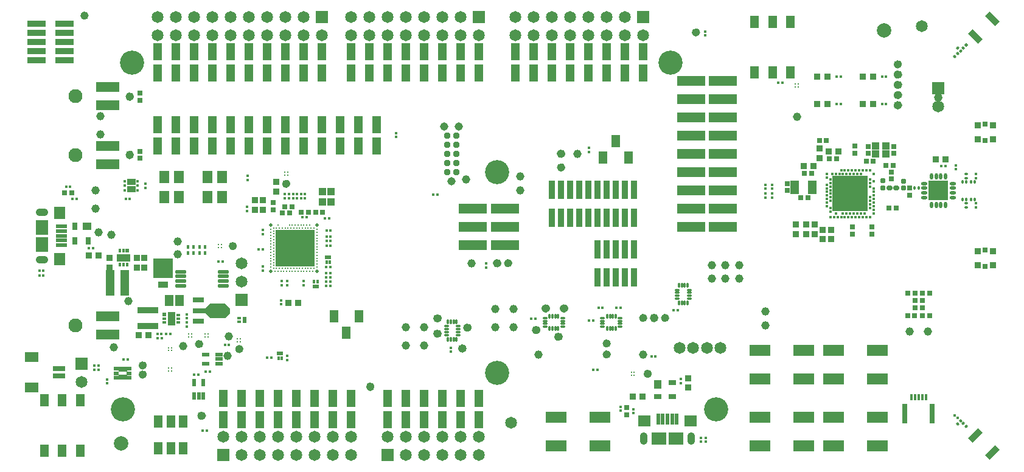
<source format=gts>
G04*
G04 #@! TF.GenerationSoftware,Altium Limited,Altium Designer,22.6.1 (34)*
G04*
G04 Layer_Color=8388736*
%FSLAX24Y24*%
%MOIN*%
G70*
G04*
G04 #@! TF.SameCoordinates,198B4140-4809-47D1-8AA6-A140D55DAB78*
G04*
G04*
G04 #@! TF.FilePolarity,Negative*
G04*
G01*
G75*
%ADD129C,0.0240*%
%ADD130R,0.0178X0.0166*%
%ADD131R,0.0360X0.0380*%
%ADD132R,0.1143X0.0611*%
%ADD133C,0.0124*%
%ADD134C,0.0651*%
%ADD135C,0.0454*%
%ADD136R,0.0256X0.0276*%
%ADD137R,0.0276X0.0256*%
%ADD138R,0.0166X0.0178*%
%ADD139R,0.0453X0.0323*%
%ADD140R,0.0157X0.0177*%
%ADD141R,0.0257X0.0296*%
%ADD142R,0.0157X0.0146*%
%ADD143R,0.0454X0.1399*%
%ADD144R,0.0454X0.0690*%
%ADD145C,0.0128*%
%ADD146R,0.2165X0.2008*%
%ADD147C,0.0197*%
%ADD148R,0.0327X0.0209*%
%ADD149R,0.0138X0.0197*%
%ADD150R,0.0296X0.0257*%
%ADD151R,0.0375X0.0355*%
%ADD152R,0.0395X0.0434*%
%ADD153C,0.0139*%
%ADD154R,0.0769X0.0414*%
%ADD155R,0.0157X0.0236*%
%ADD156R,0.0197X0.0236*%
%ADD157R,0.0355X0.0375*%
G04:AMPARAMS|DCode=158|XSize=17.8mil|YSize=16.6mil|CornerRadius=5.7mil|HoleSize=0mil|Usage=FLASHONLY|Rotation=90.000|XOffset=0mil|YOffset=0mil|HoleType=Round|Shape=RoundedRectangle|*
%AMROUNDEDRECTD158*
21,1,0.0178,0.0053,0,0,90.0*
21,1,0.0065,0.0166,0,0,90.0*
1,1,0.0113,0.0027,0.0032*
1,1,0.0113,0.0027,-0.0032*
1,1,0.0113,-0.0027,-0.0032*
1,1,0.0113,-0.0027,0.0032*
%
%ADD158ROUNDEDRECTD158*%
%ADD159R,0.0257X0.0198*%
%ADD160R,0.0454X0.0296*%
%ADD161R,0.0454X0.0651*%
%ADD162R,0.0414X0.0769*%
%ADD163R,0.0237X0.0158*%
%ADD164R,0.0237X0.0198*%
%ADD165R,0.0493X0.0611*%
%ADD166R,0.0205X0.0146*%
%ADD167C,0.0130*%
%ADD168R,0.0560X0.0360*%
%ADD169R,0.1060X0.1111*%
%ADD170O,0.0611X0.0217*%
%ADD171O,0.0118X0.0287*%
%ADD172O,0.0287X0.0118*%
%ADD173R,0.0277X0.0296*%
%ADD174R,0.1312X0.0560*%
%ADD175R,0.0296X0.1084*%
%ADD176R,0.0157X0.0354*%
%ADD177R,0.0316X0.0257*%
%ADD178R,0.0395X0.0296*%
%ADD179R,0.0395X0.0454*%
%ADD180R,0.0532X0.0690*%
%ADD181R,0.0359X0.1005*%
%ADD182R,0.1560X0.0560*%
%ADD183R,0.0462X0.0922*%
%ADD184R,0.0296X0.0395*%
%ADD185R,0.0454X0.0395*%
%ADD186R,0.0592X0.0217*%
%ADD187R,0.0670X0.0808*%
%ADD188R,0.0611X0.0690*%
%ADD189C,0.0787*%
%ADD190C,0.0370*%
%ADD191R,0.0769X0.0532*%
%ADD192R,0.0670X0.0296*%
%ADD193R,0.0217X0.0336*%
%ADD194R,0.0198X0.0414*%
%ADD195R,0.0454X0.0769*%
%ADD196C,0.0148*%
%ADD197R,0.1949X0.1949*%
%ADD198R,0.0434X0.0395*%
%ADD199R,0.1123X0.0375*%
%ADD200R,0.0611X0.0296*%
%ADD201R,0.0729X0.0296*%
%ADD202R,0.0158X0.0202*%
%ADD203R,0.1103X0.1103*%
%ADD204O,0.0178X0.0375*%
%ADD205O,0.0375X0.0178*%
%ADD206R,0.0355X0.0375*%
%ADD207R,0.0257X0.0288*%
G04:AMPARAMS|DCode=208|XSize=78.8mil|YSize=37.5mil|CornerRadius=0mil|HoleSize=0mil|Usage=FLASHONLY|Rotation=135.000|XOffset=0mil|YOffset=0mil|HoleType=Round|Shape=Rectangle|*
%AMROTATEDRECTD208*
4,1,4,0.0411,-0.0146,0.0146,-0.0411,-0.0411,0.0146,-0.0146,0.0411,0.0411,-0.0146,0.0*
%
%ADD208ROTATEDRECTD208*%

G04:AMPARAMS|DCode=209|XSize=15.7mil|YSize=14.6mil|CornerRadius=4.6mil|HoleSize=0mil|Usage=FLASHONLY|Rotation=180.000|XOffset=0mil|YOffset=0mil|HoleType=Round|Shape=RoundedRectangle|*
%AMROUNDEDRECTD209*
21,1,0.0157,0.0053,0,0,180.0*
21,1,0.0065,0.0146,0,0,180.0*
1,1,0.0093,-0.0032,0.0027*
1,1,0.0093,0.0032,0.0027*
1,1,0.0093,0.0032,-0.0027*
1,1,0.0093,-0.0032,-0.0027*
%
%ADD209ROUNDEDRECTD209*%
G04:AMPARAMS|DCode=210|XSize=15.7mil|YSize=14.6mil|CornerRadius=4.6mil|HoleSize=0mil|Usage=FLASHONLY|Rotation=225.000|XOffset=0mil|YOffset=0mil|HoleType=Round|Shape=RoundedRectangle|*
%AMROUNDEDRECTD210*
21,1,0.0157,0.0053,0,0,225.0*
21,1,0.0065,0.0146,0,0,225.0*
1,1,0.0093,-0.0042,-0.0004*
1,1,0.0093,0.0004,0.0042*
1,1,0.0093,0.0042,0.0004*
1,1,0.0093,-0.0004,-0.0042*
%
%ADD210ROUNDEDRECTD210*%
G04:AMPARAMS|DCode=211|XSize=17.8mil|YSize=16.6mil|CornerRadius=5.7mil|HoleSize=0mil|Usage=FLASHONLY|Rotation=45.000|XOffset=0mil|YOffset=0mil|HoleType=Round|Shape=RoundedRectangle|*
%AMROUNDEDRECTD211*
21,1,0.0178,0.0053,0,0,45.0*
21,1,0.0065,0.0166,0,0,45.0*
1,1,0.0113,0.0042,0.0004*
1,1,0.0113,-0.0004,-0.0042*
1,1,0.0113,-0.0042,-0.0004*
1,1,0.0113,0.0004,0.0042*
%
%ADD211ROUNDEDRECTD211*%
G04:AMPARAMS|DCode=212|XSize=17.8mil|YSize=16.6mil|CornerRadius=5.7mil|HoleSize=0mil|Usage=FLASHONLY|Rotation=315.000|XOffset=0mil|YOffset=0mil|HoleType=Round|Shape=RoundedRectangle|*
%AMROUNDEDRECTD212*
21,1,0.0178,0.0053,0,0,315.0*
21,1,0.0065,0.0166,0,0,315.0*
1,1,0.0113,0.0004,-0.0042*
1,1,0.0113,-0.0042,0.0004*
1,1,0.0113,-0.0004,0.0042*
1,1,0.0113,0.0042,-0.0004*
%
%ADD212ROUNDEDRECTD212*%
G04:AMPARAMS|DCode=213|XSize=25.7mil|YSize=29.6mil|CornerRadius=7.9mil|HoleSize=0mil|Usage=FLASHONLY|Rotation=0.000|XOffset=0mil|YOffset=0mil|HoleType=Round|Shape=RoundedRectangle|*
%AMROUNDEDRECTD213*
21,1,0.0257,0.0138,0,0,0.0*
21,1,0.0098,0.0296,0,0,0.0*
1,1,0.0158,0.0049,-0.0069*
1,1,0.0158,-0.0049,-0.0069*
1,1,0.0158,-0.0049,0.0069*
1,1,0.0158,0.0049,0.0069*
%
%ADD213ROUNDEDRECTD213*%
G04:AMPARAMS|DCode=214|XSize=25.7mil|YSize=31.6mil|CornerRadius=7.9mil|HoleSize=0mil|Usage=FLASHONLY|Rotation=90.000|XOffset=0mil|YOffset=0mil|HoleType=Round|Shape=RoundedRectangle|*
%AMROUNDEDRECTD214*
21,1,0.0257,0.0157,0,0,90.0*
21,1,0.0098,0.0316,0,0,90.0*
1,1,0.0158,0.0079,0.0049*
1,1,0.0158,0.0079,-0.0049*
1,1,0.0158,-0.0079,-0.0049*
1,1,0.0158,-0.0079,0.0049*
%
%ADD214ROUNDEDRECTD214*%
G04:AMPARAMS|DCode=215|XSize=17.8mil|YSize=16.6mil|CornerRadius=5.7mil|HoleSize=0mil|Usage=FLASHONLY|Rotation=180.000|XOffset=0mil|YOffset=0mil|HoleType=Round|Shape=RoundedRectangle|*
%AMROUNDEDRECTD215*
21,1,0.0178,0.0053,0,0,180.0*
21,1,0.0065,0.0166,0,0,180.0*
1,1,0.0113,-0.0032,0.0027*
1,1,0.0113,0.0032,0.0027*
1,1,0.0113,0.0032,-0.0027*
1,1,0.0113,-0.0032,-0.0027*
%
%ADD215ROUNDEDRECTD215*%
G04:AMPARAMS|DCode=216|XSize=78.8mil|YSize=37.5mil|CornerRadius=0mil|HoleSize=0mil|Usage=FLASHONLY|Rotation=45.000|XOffset=0mil|YOffset=0mil|HoleType=Round|Shape=Rectangle|*
%AMROTATEDRECTD216*
4,1,4,-0.0146,-0.0411,-0.0411,-0.0146,0.0146,0.0411,0.0411,0.0146,-0.0146,-0.0411,0.0*
%
%ADD216ROTATEDRECTD216*%

G04:AMPARAMS|DCode=217|XSize=17.8mil|YSize=16.6mil|CornerRadius=0mil|HoleSize=0mil|Usage=FLASHONLY|Rotation=135.000|XOffset=0mil|YOffset=0mil|HoleType=Round|Shape=Rectangle|*
%AMROTATEDRECTD217*
4,1,4,0.0122,-0.0004,0.0004,-0.0122,-0.0122,0.0004,-0.0004,0.0122,0.0122,-0.0004,0.0*
%
%ADD217ROTATEDRECTD217*%

%ADD218R,0.0257X0.0316*%
%ADD219R,0.0690X0.0611*%
%ADD220R,0.0808X0.0670*%
%ADD221R,0.0217X0.0592*%
%ADD222R,0.1005X0.0359*%
%ADD223R,0.0336X0.0217*%
%ADD224R,0.0146X0.0205*%
%ADD225R,0.0414X0.0198*%
%ADD226R,0.0651X0.0651*%
%ADD227C,0.0761*%
%ADD228R,0.0651X0.0651*%
%ADD229O,0.0690X0.0414*%
%ADD230C,0.0450*%
%ADD231C,0.1320*%
%ADD232O,0.0414X0.0690*%
G36*
X11083Y8804D02*
X11088Y8803D01*
X11092Y8801D01*
X11096Y8798D01*
X11100Y8795D01*
X11356Y8539D01*
X11359Y8536D01*
X11361Y8532D01*
X11363Y8527D01*
X11364Y8523D01*
X11364Y8518D01*
Y8282D01*
X11364Y8277D01*
X11363Y8273D01*
X11361Y8268D01*
X11359Y8264D01*
X11356Y8261D01*
X11100Y8005D01*
X11096Y8002D01*
X11092Y7999D01*
X11088Y7997D01*
X11083Y7996D01*
X11078Y7996D01*
X10291D01*
X10286Y7996D01*
X10282Y7997D01*
X10277Y7999D01*
X10273Y8002D01*
X10270Y8005D01*
X10014Y8261D01*
X10011Y8264D01*
X10008Y8268D01*
X10006Y8273D01*
X10005Y8277D01*
X10005Y8282D01*
Y8518D01*
X10005Y8523D01*
X10006Y8527D01*
X10008Y8532D01*
X10011Y8536D01*
X10014Y8539D01*
X10270Y8795D01*
X10273Y8798D01*
X10277Y8801D01*
X10282Y8803D01*
X10286Y8804D01*
X10291Y8804D01*
X11078D01*
X11083Y8804D01*
D02*
G37*
D129*
X11630Y11940D02*
G03*
X11630Y11940I-110J0D01*
G01*
X50277Y20095D02*
G03*
X50277Y20095I-110J0D01*
G01*
Y20073D02*
G03*
X50277Y20073I-110J0D01*
G01*
X14549Y15352D02*
G03*
X14549Y15352I-110J0D01*
G01*
X34710Y7989D02*
G03*
X34710Y7989I-110J0D01*
G01*
Y8011D02*
G03*
X34710Y8011I-110J0D01*
G01*
X29459Y6970D02*
G03*
X29459Y6970I-110J0D01*
G01*
X29481D02*
G03*
X29481Y6970I-110J0D01*
G01*
X48052Y21337D02*
G03*
X48052Y21337I-110J0D01*
G01*
X48074D02*
G03*
X48074Y21337I-110J0D01*
G01*
X37000Y23649D02*
G03*
X37000Y23649I-110J0D01*
G01*
X26099Y11000D02*
G03*
X26099Y11000I-110J0D01*
G01*
X26121D02*
G03*
X26121Y11000I-110J0D01*
G01*
X9780Y6571D02*
G03*
X9780Y6571I-110J0D01*
G01*
X26711Y11000D02*
G03*
X26711Y11000I-110J0D01*
G01*
X6692Y5400D02*
G03*
X6692Y5400I-110J0D01*
G01*
Y4900D02*
G03*
X6692Y4900I-110J0D01*
G01*
X11979Y6296D02*
G03*
X11979Y6296I-110J0D01*
G01*
X19160Y4219D02*
G03*
X19160Y4219I-110J0D01*
G01*
Y4241D02*
G03*
X19160Y4241I-110J0D01*
G01*
X5980Y16950D02*
G03*
X5980Y16950I-110J0D01*
G01*
Y16928D02*
G03*
X5980Y16928I-110J0D01*
G01*
Y20141D02*
G03*
X5980Y20141I-110J0D01*
G01*
Y20119D02*
G03*
X5980Y20119I-110J0D01*
G01*
X32109Y6600D02*
G03*
X32109Y6600I-110J0D01*
G01*
X35310Y7999D02*
G03*
X35310Y7999I-110J0D01*
G01*
X34110D02*
G03*
X34110Y7999I-110J0D01*
G01*
X32111Y6000D02*
G03*
X32111Y6000I-110J0D01*
G01*
X3501Y24570D02*
G03*
X3501Y24570I-110J0D01*
G01*
X34360Y4941D02*
G03*
X34360Y4941I-110J0D01*
G01*
X48062Y21897D02*
G03*
X48062Y21897I-110J0D01*
G01*
X48074Y19657D02*
G03*
X48074Y19657I-110J0D01*
G01*
X48052D02*
G03*
X48052Y19657I-110J0D01*
G01*
X48074Y20217D02*
G03*
X48074Y20217I-110J0D01*
G01*
X48052D02*
G03*
X48052Y20217I-110J0D01*
G01*
X48074Y20777D02*
G03*
X48074Y20777I-110J0D01*
G01*
X48052D02*
G03*
X48052Y20777I-110J0D01*
G01*
X28239Y7340D02*
G03*
X28239Y7340I-110J0D01*
G01*
X28261D02*
G03*
X28261Y7340I-110J0D01*
G01*
X24211Y6330D02*
G03*
X24211Y6330I-110J0D01*
G01*
X24189D02*
G03*
X24189Y6330I-110J0D01*
G01*
X24491Y7470D02*
G03*
X24491Y7470I-110J0D01*
G01*
X24469D02*
G03*
X24469Y7470I-110J0D01*
G01*
X22829Y7980D02*
G03*
X22829Y7980I-110J0D01*
G01*
X22851D02*
G03*
X22851Y7980I-110J0D01*
G01*
X22829Y7140D02*
G03*
X22829Y7140I-110J0D01*
G01*
X22851D02*
G03*
X22851Y7140I-110J0D01*
G01*
X28759Y8520D02*
G03*
X28759Y8520I-110J0D01*
G01*
X28781D02*
G03*
X28781Y8520I-110J0D01*
G01*
X29759D02*
G03*
X29759Y8520I-110J0D01*
G01*
X29781D02*
G03*
X29781Y8520I-110J0D01*
G01*
X29621Y17000D02*
G03*
X29621Y17000I-110J0D01*
G01*
X29599D02*
G03*
X29599Y17000I-110J0D01*
G01*
X29611Y16250D02*
G03*
X29611Y16250I-110J0D01*
G01*
X9931Y2640D02*
G03*
X9931Y2640I-110J0D01*
G01*
X9909D02*
G03*
X9909Y2640I-110J0D01*
G01*
D130*
X14203Y10014D02*
D03*
Y9790D02*
D03*
X15472Y14551D02*
D03*
Y14775D02*
D03*
X15256Y14551D02*
D03*
Y14775D02*
D03*
X12323Y15781D02*
D03*
Y15557D02*
D03*
X12308Y14099D02*
D03*
Y13874D02*
D03*
X15038Y14775D02*
D03*
Y14551D02*
D03*
X13150Y10831D02*
D03*
Y10606D02*
D03*
X13165Y12820D02*
D03*
Y12595D02*
D03*
X14173Y8746D02*
D03*
Y8970D02*
D03*
X14513Y9790D02*
D03*
Y10014D02*
D03*
X14378Y14775D02*
D03*
Y14551D02*
D03*
X14598Y14775D02*
D03*
Y14551D02*
D03*
X14818Y14775D02*
D03*
Y14551D02*
D03*
X15413Y10014D02*
D03*
Y9790D02*
D03*
X51122Y16366D02*
D03*
Y16142D02*
D03*
X20460Y18132D02*
D03*
Y17908D02*
D03*
X9012Y8203D02*
D03*
Y7978D02*
D03*
X4630Y4408D02*
D03*
X40710Y14812D02*
D03*
Y14588D02*
D03*
X41070Y14812D02*
D03*
Y14588D02*
D03*
X14500Y5922D02*
D03*
Y5698D02*
D03*
X4630Y4632D02*
D03*
X3939Y5382D02*
D03*
Y5158D02*
D03*
X4149D02*
D03*
Y5382D02*
D03*
X25400Y10758D02*
D03*
Y10982D02*
D03*
X37173Y1433D02*
D03*
Y1209D02*
D03*
X6740Y15342D02*
D03*
Y15118D02*
D03*
X37400Y23478D02*
D03*
Y23702D02*
D03*
X31020Y17312D02*
D03*
Y17088D02*
D03*
X32765Y3137D02*
D03*
Y2913D02*
D03*
X37443Y1433D02*
D03*
Y1209D02*
D03*
X36076Y4428D02*
D03*
Y4653D02*
D03*
X33463Y2778D02*
D03*
Y3003D02*
D03*
X23460Y6372D02*
D03*
Y6148D02*
D03*
D131*
X14558Y8839D02*
D03*
X15108D02*
D03*
X46583Y19727D02*
D03*
X46033D02*
D03*
X44083Y21227D02*
D03*
X43533D02*
D03*
X46583D02*
D03*
X46033D02*
D03*
X44083Y19727D02*
D03*
X43533D02*
D03*
D132*
X31621Y985D02*
D03*
Y2560D02*
D03*
X29239Y985D02*
D03*
Y2560D02*
D03*
X46827Y985D02*
D03*
Y2560D02*
D03*
X44445Y985D02*
D03*
Y2560D02*
D03*
X42787Y985D02*
D03*
Y2560D02*
D03*
X40405Y985D02*
D03*
Y2560D02*
D03*
X44445Y6232D02*
D03*
Y4657D02*
D03*
X46827Y6232D02*
D03*
Y4657D02*
D03*
X40405Y6232D02*
D03*
Y4657D02*
D03*
X42787Y6232D02*
D03*
Y4657D02*
D03*
D133*
X14529Y15831D02*
D03*
X14372D02*
D03*
X14529Y15989D02*
D03*
X14372D02*
D03*
X33509Y5031D02*
D03*
Y4873D02*
D03*
X33351Y5031D02*
D03*
Y4873D02*
D03*
D134*
X38230Y6350D02*
D03*
X35980D02*
D03*
X37480D02*
D03*
X36730D02*
D03*
X50167Y19584D02*
D03*
X9400Y24500D02*
D03*
Y23500D02*
D03*
X12400D02*
D03*
Y24500D02*
D03*
X14400Y23500D02*
D03*
Y24500D02*
D03*
X15400Y23500D02*
D03*
Y24500D02*
D03*
X16400Y23500D02*
D03*
X13400Y24500D02*
D03*
Y23500D02*
D03*
X11400Y24500D02*
D03*
Y23500D02*
D03*
X10400D02*
D03*
Y24500D02*
D03*
X8400D02*
D03*
Y23500D02*
D03*
X7400D02*
D03*
Y24500D02*
D03*
X24000Y1500D02*
D03*
Y500D02*
D03*
X22000Y1500D02*
D03*
Y500D02*
D03*
X21000Y1500D02*
D03*
Y500D02*
D03*
X20000Y1500D02*
D03*
X23000Y500D02*
D03*
Y1500D02*
D03*
X25000Y500D02*
D03*
Y1500D02*
D03*
X17000Y500D02*
D03*
Y1500D02*
D03*
X16000D02*
D03*
Y500D02*
D03*
X14000Y1500D02*
D03*
Y500D02*
D03*
X11000Y1500D02*
D03*
X12000Y500D02*
D03*
Y1500D02*
D03*
X13000Y500D02*
D03*
Y1500D02*
D03*
X15000Y500D02*
D03*
Y1500D02*
D03*
X18000D02*
D03*
Y500D02*
D03*
X26750Y2250D02*
D03*
X3220Y4490D02*
D03*
X12000Y11000D02*
D03*
Y10000D02*
D03*
X49250Y24000D02*
D03*
X27000Y24500D02*
D03*
Y23500D02*
D03*
X30000D02*
D03*
Y24500D02*
D03*
X32000Y23500D02*
D03*
Y24500D02*
D03*
X33000Y23500D02*
D03*
Y24500D02*
D03*
X34000Y23500D02*
D03*
X31000Y24500D02*
D03*
Y23500D02*
D03*
X29000Y24500D02*
D03*
Y23500D02*
D03*
X28000D02*
D03*
Y24500D02*
D03*
X18000D02*
D03*
Y23500D02*
D03*
X21000D02*
D03*
Y24500D02*
D03*
X23000Y23500D02*
D03*
Y24500D02*
D03*
X24000Y23500D02*
D03*
Y24500D02*
D03*
X25000Y23500D02*
D03*
X22000Y24500D02*
D03*
Y23500D02*
D03*
X20000Y24500D02*
D03*
Y23500D02*
D03*
X19000D02*
D03*
Y24500D02*
D03*
D135*
X39250Y10900D02*
D03*
Y10150D02*
D03*
X38500Y10900D02*
D03*
Y10150D02*
D03*
X37750Y10900D02*
D03*
Y10150D02*
D03*
X27250Y15750D02*
D03*
X34000Y6000D02*
D03*
X28250D02*
D03*
X27250Y15000D02*
D03*
X24300Y15600D02*
D03*
X11300Y7000D02*
D03*
X8500Y11500D02*
D03*
Y12200D02*
D03*
X11240Y5920D02*
D03*
X8800Y6450D02*
D03*
X5810Y8930D02*
D03*
X5000Y6400D02*
D03*
X4250Y19050D02*
D03*
Y18050D02*
D03*
X30400Y17000D02*
D03*
X42430Y19020D02*
D03*
X40700Y8350D02*
D03*
Y7600D02*
D03*
X24600Y11000D02*
D03*
X49600Y7250D02*
D03*
X48600D02*
D03*
X4000Y15000D02*
D03*
Y14000D02*
D03*
X4160Y12700D02*
D03*
X4860Y12559D02*
D03*
X22000Y7500D02*
D03*
X21000D02*
D03*
X22000Y6500D02*
D03*
X21000D02*
D03*
X26900Y8500D02*
D03*
Y7500D02*
D03*
X25900Y8500D02*
D03*
X25900Y7500D02*
D03*
D136*
X6430Y19933D02*
D03*
Y20327D02*
D03*
Y16742D02*
D03*
Y17136D02*
D03*
D137*
X49705Y9370D02*
D03*
X49312D02*
D03*
X48492D02*
D03*
X48885D02*
D03*
D138*
X31502Y5150D02*
D03*
X31278D02*
D03*
X12944Y11772D02*
D03*
X13169D02*
D03*
X16868Y10453D02*
D03*
X16644D02*
D03*
Y10778D02*
D03*
X16868D02*
D03*
Y10217D02*
D03*
X16644D02*
D03*
X16868Y9980D02*
D03*
X16644D02*
D03*
X16868Y9743D02*
D03*
X16644D02*
D03*
X16655Y11950D02*
D03*
X16879D02*
D03*
Y12792D02*
D03*
X16655D02*
D03*
X16879Y12212D02*
D03*
X16655D02*
D03*
Y12462D02*
D03*
X16879D02*
D03*
X15344Y13514D02*
D03*
X15568D02*
D03*
X16576Y13442D02*
D03*
X16801D02*
D03*
X3858Y11840D02*
D03*
X3634D02*
D03*
X50335Y16330D02*
D03*
X50559D02*
D03*
X22500Y14744D02*
D03*
X22724D02*
D03*
X7878Y7120D02*
D03*
X8102D02*
D03*
X7612Y7120D02*
D03*
X7388D02*
D03*
X7398Y6900D02*
D03*
X7622D02*
D03*
X47086Y19727D02*
D03*
X47311D02*
D03*
X34672Y5890D02*
D03*
X34448D02*
D03*
X31772Y8560D02*
D03*
X31548D02*
D03*
X32528D02*
D03*
X32752D02*
D03*
X13398Y5810D02*
D03*
X13622D02*
D03*
X10092Y1820D02*
D03*
X9868D02*
D03*
X11312Y6540D02*
D03*
X11088D02*
D03*
X5762Y5730D02*
D03*
X5538D02*
D03*
X916Y10590D02*
D03*
X1141D02*
D03*
X44821Y19727D02*
D03*
X44596D02*
D03*
X47311Y21227D02*
D03*
X47086D02*
D03*
X44821D02*
D03*
X44596D02*
D03*
X5872Y14540D02*
D03*
X5648D02*
D03*
X41398Y20892D02*
D03*
X41622D02*
D03*
X10028Y5070D02*
D03*
X10252D02*
D03*
X9408Y4890D02*
D03*
X9632D02*
D03*
X10952Y11100D02*
D03*
X10728D02*
D03*
X2384Y15197D02*
D03*
X2608D02*
D03*
X916Y10310D02*
D03*
X1141D02*
D03*
X2962Y14520D02*
D03*
X2738D02*
D03*
X35902Y8430D02*
D03*
X35678D02*
D03*
X31262Y7860D02*
D03*
X31038D02*
D03*
X28102Y7950D02*
D03*
X27878D02*
D03*
D139*
X5950Y15057D02*
D03*
Y15443D02*
D03*
D140*
X5606Y15506D02*
D03*
Y15250D02*
D03*
Y14994D02*
D03*
X6294D02*
D03*
Y15250D02*
D03*
Y15506D02*
D03*
D141*
X48593Y15108D02*
D03*
Y14715D02*
D03*
X45606Y17015D02*
D03*
Y17408D02*
D03*
X47606Y15613D02*
D03*
Y16007D02*
D03*
X13736Y14312D02*
D03*
Y13918D02*
D03*
X47718Y17407D02*
D03*
Y17013D02*
D03*
X46318Y17013D02*
D03*
Y17407D02*
D03*
X45468Y12989D02*
D03*
Y12595D02*
D03*
X46531Y12989D02*
D03*
Y12595D02*
D03*
X41884Y15374D02*
D03*
Y14980D02*
D03*
D142*
X40710Y15302D02*
D03*
Y15078D02*
D03*
X41070Y15078D02*
D03*
Y15302D02*
D03*
X9012Y7530D02*
D03*
Y7754D02*
D03*
D143*
X4783Y9920D02*
D03*
X5610D02*
D03*
D144*
X17057Y8100D02*
D03*
X18435D02*
D03*
X17746Y7195D02*
D03*
X8809Y872D02*
D03*
X8120D02*
D03*
X7431D02*
D03*
Y2328D02*
D03*
X8120D02*
D03*
X8809D02*
D03*
X33189Y16797D02*
D03*
X31811D02*
D03*
X32500Y17703D02*
D03*
D145*
X16118Y10798D02*
D03*
Y10955D02*
D03*
Y11113D02*
D03*
X15803Y12924D02*
D03*
X15645D02*
D03*
X15488D02*
D03*
X13992Y13081D02*
D03*
X14622D02*
D03*
X14779D02*
D03*
X14937D02*
D03*
X15094D02*
D03*
X15251D02*
D03*
X15409D02*
D03*
X15566D02*
D03*
X13755Y12924D02*
D03*
X13913D02*
D03*
X14070D02*
D03*
X14228D02*
D03*
X14385D02*
D03*
X14543D02*
D03*
X14700D02*
D03*
X14858D02*
D03*
X15015D02*
D03*
X15173D02*
D03*
X15330D02*
D03*
X13598Y12845D02*
D03*
X16118D02*
D03*
X13755Y12766D02*
D03*
X13598Y12688D02*
D03*
X16118D02*
D03*
X13755Y12609D02*
D03*
X13598Y12530D02*
D03*
X16118D02*
D03*
X13755Y12451D02*
D03*
X13598Y12373D02*
D03*
X16118D02*
D03*
X13755Y12294D02*
D03*
X13598Y12215D02*
D03*
X16118D02*
D03*
X13598Y12058D02*
D03*
X16118D02*
D03*
X13755Y11979D02*
D03*
X13598Y11900D02*
D03*
X16118D02*
D03*
X13755Y11822D02*
D03*
X13598Y11743D02*
D03*
X16118D02*
D03*
X13755Y11664D02*
D03*
X13598Y11585D02*
D03*
X16118D02*
D03*
X13755Y11507D02*
D03*
X13598Y11428D02*
D03*
X16118D02*
D03*
X13755Y11349D02*
D03*
X13598Y11270D02*
D03*
X16118D02*
D03*
X13755Y11192D02*
D03*
X13598Y11113D02*
D03*
Y10955D02*
D03*
X13755Y11034D02*
D03*
Y10719D02*
D03*
X13913D02*
D03*
X14070D02*
D03*
X14228D02*
D03*
X14385D02*
D03*
X14543D02*
D03*
X14700D02*
D03*
X14858D02*
D03*
X15015D02*
D03*
X15173D02*
D03*
X15330D02*
D03*
X15488D02*
D03*
X15645D02*
D03*
X15803D02*
D03*
X13834Y10562D02*
D03*
X13992D02*
D03*
X14149D02*
D03*
X14307D02*
D03*
X14464D02*
D03*
X14622D02*
D03*
X14779D02*
D03*
X14937D02*
D03*
X15094D02*
D03*
X15251D02*
D03*
X15409D02*
D03*
X15566D02*
D03*
X13598Y10798D02*
D03*
X15960Y12924D02*
D03*
Y10719D02*
D03*
X15724Y10562D02*
D03*
X15881D02*
D03*
X15724Y13081D02*
D03*
X13755Y10877D02*
D03*
Y12137D02*
D03*
D146*
X14937Y11822D02*
D03*
D147*
X16118Y13081D02*
D03*
Y10562D02*
D03*
X13598D02*
D03*
Y13081D02*
D03*
D148*
X16063Y9715D02*
D03*
X16746Y11323D02*
D03*
D149*
X16152Y9990D02*
D03*
X15974D02*
D03*
X16657Y11047D02*
D03*
X16834D02*
D03*
D150*
X15271Y13800D02*
D03*
X15665D02*
D03*
X16442Y13800D02*
D03*
X16049D02*
D03*
X14622Y13763D02*
D03*
X14228D02*
D03*
X14366Y14107D02*
D03*
X14759D02*
D03*
X42844Y15927D02*
D03*
X43238D02*
D03*
X44213Y16710D02*
D03*
X44607D02*
D03*
X47466Y14023D02*
D03*
X47860D02*
D03*
X46216Y16601D02*
D03*
X46610D02*
D03*
X42637Y14587D02*
D03*
X43031D02*
D03*
X48877Y8137D02*
D03*
X48483D02*
D03*
X49697D02*
D03*
X49303D02*
D03*
X47308Y16355D02*
D03*
X47702D02*
D03*
D151*
X12722Y13940D02*
D03*
Y14471D02*
D03*
X13165Y13940D02*
D03*
Y14471D02*
D03*
X6269Y11298D02*
D03*
Y10766D02*
D03*
X6673Y11298D02*
D03*
Y10766D02*
D03*
X4763Y11298D02*
D03*
Y10766D02*
D03*
X13898Y15443D02*
D03*
Y14911D02*
D03*
X36466Y4706D02*
D03*
Y4175D02*
D03*
X43381Y12595D02*
D03*
Y13127D02*
D03*
X43667Y16769D02*
D03*
Y17300D02*
D03*
X44307Y12841D02*
D03*
Y12310D02*
D03*
X43844Y12841D02*
D03*
Y12310D02*
D03*
X42919Y13127D02*
D03*
Y12595D02*
D03*
X42367Y13127D02*
D03*
Y12595D02*
D03*
D152*
X16890Y14360D02*
D03*
X16437D02*
D03*
Y14931D02*
D03*
X16890D02*
D03*
D153*
X11520Y12062D02*
D03*
Y11816D02*
D03*
X50167Y20217D02*
D03*
Y19951D02*
D03*
X14315Y15352D02*
D03*
X14561D02*
D03*
X34600Y7867D02*
D03*
Y8133D02*
D03*
X29227Y6970D02*
D03*
X29493D02*
D03*
X47820Y21337D02*
D03*
X48086D02*
D03*
X36890Y23527D02*
D03*
Y23773D02*
D03*
X25867Y11000D02*
D03*
X26133D02*
D03*
X9670Y6693D02*
D03*
Y6447D02*
D03*
X26477Y11000D02*
D03*
X26723D02*
D03*
X6458Y5400D02*
D03*
X6704D02*
D03*
X6458Y4900D02*
D03*
X6704D02*
D03*
X11745Y6296D02*
D03*
X11991D02*
D03*
X19050Y4097D02*
D03*
Y4363D02*
D03*
X5870Y17072D02*
D03*
Y16806D02*
D03*
Y20263D02*
D03*
Y19997D02*
D03*
X32123Y6600D02*
D03*
X31877D02*
D03*
X35200Y8123D02*
D03*
Y7877D02*
D03*
X34000Y8123D02*
D03*
Y7877D02*
D03*
X31877Y6000D02*
D03*
X32123D02*
D03*
X3267Y24570D02*
D03*
X3513D02*
D03*
X34250Y4817D02*
D03*
Y5063D02*
D03*
X48076Y21897D02*
D03*
X47830D02*
D03*
X48086Y19657D02*
D03*
X47820D02*
D03*
X48086Y20217D02*
D03*
X47820D02*
D03*
X48086Y20777D02*
D03*
X47820D02*
D03*
X28007Y7340D02*
D03*
X28273D02*
D03*
X24223Y6330D02*
D03*
X23957D02*
D03*
X24503Y7470D02*
D03*
X24237D02*
D03*
X22597Y7980D02*
D03*
X22863D02*
D03*
X22597Y7140D02*
D03*
X22863D02*
D03*
X28527Y8520D02*
D03*
X28793D02*
D03*
X29527D02*
D03*
X29793D02*
D03*
X29633Y17000D02*
D03*
X29367D02*
D03*
X29377Y16250D02*
D03*
X29623D02*
D03*
X9943Y2640D02*
D03*
X9677D02*
D03*
D154*
X5521Y11298D02*
D03*
D155*
X5718Y10914D02*
D03*
X5521D02*
D03*
X5324D02*
D03*
Y11682D02*
D03*
X5521D02*
D03*
D156*
X5738D02*
D03*
D157*
X3641Y11440D02*
D03*
X4172D02*
D03*
X50558Y16704D02*
D03*
X50027D02*
D03*
X6354Y7070D02*
D03*
X6886D02*
D03*
X33434Y3700D02*
D03*
X33966D02*
D03*
X42791Y16317D02*
D03*
X43322D02*
D03*
X44149Y17119D02*
D03*
X44681D02*
D03*
D158*
X51951Y15458D02*
D03*
X52175D02*
D03*
X51951Y14502D02*
D03*
X52175D02*
D03*
X49085Y15108D02*
D03*
X48860D02*
D03*
X51707Y14502D02*
D03*
X51483D02*
D03*
X51707Y15458D02*
D03*
X51483D02*
D03*
D159*
X5126Y5226D02*
D03*
Y4970D02*
D03*
Y4714D02*
D03*
X5834Y5226D02*
D03*
Y4970D02*
D03*
Y4714D02*
D03*
D160*
X5480Y5177D02*
D03*
Y4763D02*
D03*
D161*
X40106Y21452D02*
D03*
X42074D02*
D03*
X41090D02*
D03*
Y24208D02*
D03*
X42074D02*
D03*
X40106D02*
D03*
X3160Y3488D02*
D03*
X1192D02*
D03*
X2176D02*
D03*
Y732D02*
D03*
X1192D02*
D03*
X3160D02*
D03*
D162*
X8160Y7960D02*
D03*
D163*
X8544Y8157D02*
D03*
Y7960D02*
D03*
Y7763D02*
D03*
X7776D02*
D03*
Y7960D02*
D03*
D164*
Y8177D02*
D03*
D165*
X8605Y8970D02*
D03*
X8015D02*
D03*
D166*
X11872Y7979D02*
D03*
Y7801D02*
D03*
D167*
X9991Y7119D02*
D03*
X11779Y6845D02*
D03*
X11937D02*
D03*
X11779Y6687D02*
D03*
X11937D02*
D03*
X10741Y11871D02*
D03*
Y12029D02*
D03*
X10899Y11871D02*
D03*
Y12029D02*
D03*
X9101Y7119D02*
D03*
X9259D02*
D03*
X9101Y6961D02*
D03*
X9259D02*
D03*
X7991Y6369D02*
D03*
X8149D02*
D03*
X7991Y6211D02*
D03*
X8149D02*
D03*
X10149Y6961D02*
D03*
X9991D02*
D03*
X10149Y7119D02*
D03*
X7991Y5259D02*
D03*
X8149D02*
D03*
X7991Y5101D02*
D03*
X8149D02*
D03*
X42497Y20660D02*
D03*
X42340D02*
D03*
X42497Y20817D02*
D03*
X42340D02*
D03*
D168*
X7680Y9810D02*
D03*
D169*
Y10736D02*
D03*
D170*
X10981Y9766D02*
D03*
Y10022D02*
D03*
Y10278D02*
D03*
Y10534D02*
D03*
X8659Y9766D02*
D03*
Y10022D02*
D03*
Y10278D02*
D03*
Y10534D02*
D03*
D171*
X28874Y7435D02*
D03*
X29031D02*
D03*
X29189D02*
D03*
X29346D02*
D03*
Y8085D02*
D03*
X29189D02*
D03*
X29031D02*
D03*
X28874D02*
D03*
X36436Y9782D02*
D03*
X36279D02*
D03*
X36121D02*
D03*
X35964D02*
D03*
Y8818D02*
D03*
X36121D02*
D03*
X36279D02*
D03*
X36436D02*
D03*
X32024Y8085D02*
D03*
X32181D02*
D03*
X32339D02*
D03*
X32496D02*
D03*
Y7435D02*
D03*
X32339D02*
D03*
X32181D02*
D03*
X32024D02*
D03*
X23776Y6828D02*
D03*
X23619D02*
D03*
X23461D02*
D03*
X23304D02*
D03*
Y7792D02*
D03*
X23461D02*
D03*
X23619D02*
D03*
X23776D02*
D03*
D172*
X29592Y7524D02*
D03*
Y7681D02*
D03*
Y7839D02*
D03*
Y7996D02*
D03*
X28628D02*
D03*
Y7839D02*
D03*
Y7681D02*
D03*
Y7524D02*
D03*
X36525Y9064D02*
D03*
Y9221D02*
D03*
Y9379D02*
D03*
Y9536D02*
D03*
X35875D02*
D03*
Y9379D02*
D03*
Y9221D02*
D03*
Y9064D02*
D03*
X31778Y7524D02*
D03*
Y7681D02*
D03*
Y7839D02*
D03*
Y7996D02*
D03*
X32742D02*
D03*
Y7839D02*
D03*
Y7681D02*
D03*
Y7524D02*
D03*
X23215Y7074D02*
D03*
Y7231D02*
D03*
Y7389D02*
D03*
Y7546D02*
D03*
X23865D02*
D03*
Y7389D02*
D03*
Y7231D02*
D03*
Y7074D02*
D03*
D173*
X48900Y8947D02*
D03*
Y8553D02*
D03*
X49290D02*
D03*
Y8947D02*
D03*
D174*
X4650Y17429D02*
D03*
Y16429D02*
D03*
Y8090D02*
D03*
Y7090D02*
D03*
Y20657D02*
D03*
Y19657D02*
D03*
D175*
X49842Y2767D02*
D03*
X48346D02*
D03*
D176*
X49290Y3673D02*
D03*
X49094D02*
D03*
X48897D02*
D03*
X48700D02*
D03*
X49487D02*
D03*
D177*
X2686Y14856D02*
D03*
X2312D02*
D03*
X43667Y17714D02*
D03*
X44041D02*
D03*
D178*
X35611Y4445D02*
D03*
Y3697D02*
D03*
X34804D02*
D03*
D179*
Y4366D02*
D03*
D180*
X7775Y15711D02*
D03*
X8563Y14609D02*
D03*
X7775D02*
D03*
X10137D02*
D03*
X10925D02*
D03*
X8563Y15711D02*
D03*
X10137D02*
D03*
X10925D02*
D03*
D181*
X31500Y15018D02*
D03*
X32000D02*
D03*
X32500D02*
D03*
X33000D02*
D03*
X33500D02*
D03*
X31500Y13482D02*
D03*
X32000D02*
D03*
X32500D02*
D03*
X33000D02*
D03*
X33500D02*
D03*
X31000D02*
D03*
X30500D02*
D03*
X30000D02*
D03*
X29500D02*
D03*
X29000D02*
D03*
X31000Y15018D02*
D03*
X30500D02*
D03*
X30000D02*
D03*
X29500D02*
D03*
X29000D02*
D03*
X33500Y10232D02*
D03*
X33000D02*
D03*
X32500D02*
D03*
X32000D02*
D03*
X31500D02*
D03*
X33500Y11768D02*
D03*
X33000D02*
D03*
X32500D02*
D03*
X32000D02*
D03*
X31500D02*
D03*
D182*
X38375Y14000D02*
D03*
X36625D02*
D03*
X38375Y18000D02*
D03*
Y19000D02*
D03*
X36625D02*
D03*
X38375Y20000D02*
D03*
X36625D02*
D03*
X38375Y21000D02*
D03*
X36625D02*
D03*
X38375Y15000D02*
D03*
X36625Y13000D02*
D03*
X38375D02*
D03*
X26425Y12000D02*
D03*
X24675D02*
D03*
X26425Y13000D02*
D03*
X24675D02*
D03*
X26425Y14000D02*
D03*
X24675D02*
D03*
X36625Y18000D02*
D03*
Y17000D02*
D03*
X38375D02*
D03*
X36625Y16000D02*
D03*
X38375D02*
D03*
X36625Y15000D02*
D03*
D183*
X31000Y21423D02*
D03*
Y22577D02*
D03*
X27000Y21423D02*
D03*
X30000D02*
D03*
X29000Y21423D02*
D03*
X34000Y21423D02*
D03*
X33000D02*
D03*
X27000Y22577D02*
D03*
X30000D02*
D03*
X29000D02*
D03*
X34000D02*
D03*
X33000D02*
D03*
X28000Y21423D02*
D03*
X32000D02*
D03*
X28000Y22577D02*
D03*
X32000D02*
D03*
X7400Y21423D02*
D03*
X13400D02*
D03*
X7400Y22577D02*
D03*
X13400D02*
D03*
X8400Y21423D02*
D03*
X9400Y21423D02*
D03*
X11400D02*
D03*
X12400D02*
D03*
X15400D02*
D03*
X16400D02*
D03*
X8400Y22577D02*
D03*
X9400D02*
D03*
X11400D02*
D03*
X12400D02*
D03*
X15400D02*
D03*
X16400D02*
D03*
X10400Y21423D02*
D03*
X14400Y21423D02*
D03*
X10400Y22577D02*
D03*
X14400D02*
D03*
X14000Y3577D02*
D03*
Y2423D02*
D03*
X18000Y3577D02*
D03*
X15000D02*
D03*
X16000Y3577D02*
D03*
X11000Y3577D02*
D03*
X12000D02*
D03*
X18000Y2423D02*
D03*
X15000D02*
D03*
X16000D02*
D03*
X11000D02*
D03*
X12000D02*
D03*
X17000Y3577D02*
D03*
X13000D02*
D03*
X17000Y2423D02*
D03*
X13000D02*
D03*
X23000Y3577D02*
D03*
X23000Y2423D02*
D03*
X25000Y3577D02*
D03*
X24000D02*
D03*
X21000D02*
D03*
X20000D02*
D03*
X25000Y2423D02*
D03*
X24000D02*
D03*
X21000D02*
D03*
X20000D02*
D03*
X22000Y3577D02*
D03*
Y2423D02*
D03*
X15400Y18577D02*
D03*
Y17423D02*
D03*
X16400Y18577D02*
D03*
Y17423D02*
D03*
X7400D02*
D03*
Y18577D02*
D03*
X11400D02*
D03*
Y17423D02*
D03*
X12400Y18577D02*
D03*
Y17423D02*
D03*
X10400Y18577D02*
D03*
Y17423D02*
D03*
X9400Y18577D02*
D03*
Y17423D02*
D03*
X8400D02*
D03*
Y18577D02*
D03*
X14400Y17423D02*
D03*
Y18577D02*
D03*
X13400Y17423D02*
D03*
Y18577D02*
D03*
X17400Y17423D02*
D03*
Y18577D02*
D03*
X18400Y17423D02*
D03*
Y18577D02*
D03*
X19400Y17423D02*
D03*
Y18577D02*
D03*
X23000Y22577D02*
D03*
X19000D02*
D03*
X23000Y21423D02*
D03*
X19000D02*
D03*
X24000Y22577D02*
D03*
X25000D02*
D03*
X20000D02*
D03*
X21000D02*
D03*
X18000D02*
D03*
X24000Y21423D02*
D03*
X25000D02*
D03*
X20000Y21423D02*
D03*
X21000Y21423D02*
D03*
X18000D02*
D03*
X22000Y22577D02*
D03*
Y21423D02*
D03*
D184*
X3600Y12226D02*
D03*
X2852Y13034D02*
D03*
Y12226D02*
D03*
D185*
X3521Y13034D02*
D03*
D186*
X2118Y13012D02*
D03*
Y12244D02*
D03*
Y11988D02*
D03*
Y12756D02*
D03*
Y12500D02*
D03*
D187*
X1065Y12972D02*
D03*
Y12028D02*
D03*
D188*
X2030Y11240D02*
D03*
Y13760D02*
D03*
D189*
X47205Y23750D02*
D03*
X5411Y1120D02*
D03*
D190*
X23250Y16000D02*
D03*
Y16500D02*
D03*
Y17000D02*
D03*
Y17500D02*
D03*
Y18000D02*
D03*
X23750D02*
D03*
Y17500D02*
D03*
Y17000D02*
D03*
Y16500D02*
D03*
Y16000D02*
D03*
D191*
X484Y4203D02*
D03*
Y5857D02*
D03*
D192*
X2010Y4833D02*
D03*
Y5227D02*
D03*
D193*
X12148Y7890D02*
D03*
D194*
X9394Y3726D02*
D03*
X9650D02*
D03*
X9906D02*
D03*
Y4474D02*
D03*
X9394D02*
D03*
D195*
X42292Y15167D02*
D03*
X43276D02*
D03*
D196*
X46226Y16090D02*
D03*
X44848D02*
D03*
X45045D02*
D03*
X45242D02*
D03*
X45438D02*
D03*
X45635D02*
D03*
X45832D02*
D03*
X46029D02*
D03*
X46423D02*
D03*
X44060Y15893D02*
D03*
X44356D02*
D03*
X44553D02*
D03*
X44749D02*
D03*
X44946D02*
D03*
X45143D02*
D03*
X45340D02*
D03*
X45537D02*
D03*
X45734D02*
D03*
X45931D02*
D03*
X46620D02*
D03*
X46423Y15597D02*
D03*
X44060Y15696D02*
D03*
X44257Y15597D02*
D03*
X46620Y15499D02*
D03*
X44257Y15401D02*
D03*
X46423D02*
D03*
X44060Y15302D02*
D03*
X44257Y15204D02*
D03*
X46423D02*
D03*
X44060Y15105D02*
D03*
X46620D02*
D03*
X44257Y15007D02*
D03*
X44060Y14908D02*
D03*
X46620D02*
D03*
X44257Y14810D02*
D03*
X44060Y14712D02*
D03*
X46620D02*
D03*
X44257Y14613D02*
D03*
X46423D02*
D03*
X44060Y14515D02*
D03*
X46620D02*
D03*
X44257Y14416D02*
D03*
X46423D02*
D03*
X44060Y14318D02*
D03*
X46620D02*
D03*
X46423Y14219D02*
D03*
X44060Y14121D02*
D03*
X46620D02*
D03*
X44257Y14023D02*
D03*
X46423D02*
D03*
X46620Y13924D02*
D03*
X44257Y13826D02*
D03*
X44553Y13727D02*
D03*
X44946D02*
D03*
X45143D02*
D03*
X45340D02*
D03*
X45537D02*
D03*
X45734D02*
D03*
X45931D02*
D03*
X46127D02*
D03*
X46620D02*
D03*
X44257Y13530D02*
D03*
X44454D02*
D03*
X44651D02*
D03*
X44848D02*
D03*
X45045D02*
D03*
X45242D02*
D03*
X45438D02*
D03*
X45635D02*
D03*
X45832D02*
D03*
X46029D02*
D03*
X46226D02*
D03*
X46423D02*
D03*
D197*
X45340Y14810D02*
D03*
D198*
X47303Y16983D02*
D03*
Y17436D02*
D03*
X46732D02*
D03*
Y16983D02*
D03*
D199*
X6850Y7547D02*
D03*
Y8413D02*
D03*
D200*
X9641Y7809D02*
D03*
Y8991D02*
D03*
D201*
X9700Y8400D02*
D03*
D202*
X10010Y11553D02*
D03*
Y11884D02*
D03*
X9370D02*
D03*
Y11553D02*
D03*
X9050Y11884D02*
D03*
Y11553D02*
D03*
X9690Y11884D02*
D03*
Y11553D02*
D03*
D203*
X50177Y14980D02*
D03*
D204*
X50561Y14203D02*
D03*
X50305D02*
D03*
X50049D02*
D03*
X49793D02*
D03*
Y15758D02*
D03*
X50049D02*
D03*
X50305D02*
D03*
X50561D02*
D03*
D205*
X49400Y14596D02*
D03*
Y14852D02*
D03*
Y15108D02*
D03*
Y15364D02*
D03*
X50955D02*
D03*
Y15108D02*
D03*
Y14852D02*
D03*
Y14596D02*
D03*
D206*
X53148Y17795D02*
D03*
X52341D02*
D03*
Y18543D02*
D03*
X53148D02*
D03*
X52341Y11644D02*
D03*
X53148D02*
D03*
Y10896D02*
D03*
X52341D02*
D03*
D207*
X52744Y17713D02*
D03*
Y18626D02*
D03*
Y11726D02*
D03*
Y10813D02*
D03*
D208*
X52188Y23436D02*
D03*
X53135Y24383D02*
D03*
D209*
X52244Y14067D02*
D03*
Y14291D02*
D03*
Y15667D02*
D03*
Y15891D02*
D03*
D210*
X51237Y2515D02*
D03*
X51078Y2673D02*
D03*
D211*
X51699Y2053D02*
D03*
X51541Y2211D02*
D03*
X51230Y22796D02*
D03*
X51388Y22637D02*
D03*
D212*
X51230Y2204D02*
D03*
X51388Y2363D02*
D03*
X51541Y22789D02*
D03*
X51237Y22485D02*
D03*
X51078Y22327D02*
D03*
D213*
X48256Y15113D02*
D03*
Y15507D02*
D03*
X47132Y15115D02*
D03*
Y15509D02*
D03*
D214*
X47505Y15112D02*
D03*
X47879Y15112D02*
D03*
D215*
X51703Y14067D02*
D03*
Y14291D02*
D03*
Y15891D02*
D03*
Y15667D02*
D03*
D216*
X53135Y617D02*
D03*
X52188Y1564D02*
D03*
D217*
X51699Y22947D02*
D03*
D218*
X33113Y3077D02*
D03*
Y2703D02*
D03*
D219*
X34067Y2365D02*
D03*
X36586D02*
D03*
D220*
X35799Y1400D02*
D03*
X34854D02*
D03*
D221*
X35838Y2454D02*
D03*
X35582D02*
D03*
X34815D02*
D03*
X35071D02*
D03*
X35326D02*
D03*
D222*
X2298Y24140D02*
D03*
Y23640D02*
D03*
Y23140D02*
D03*
Y22640D02*
D03*
Y22140D02*
D03*
X762Y24140D02*
D03*
Y23640D02*
D03*
Y23140D02*
D03*
Y22640D02*
D03*
Y22140D02*
D03*
D223*
X14110Y6058D02*
D03*
D224*
X14021Y5782D02*
D03*
X14199D02*
D03*
D225*
X10026Y5494D02*
D03*
Y6006D02*
D03*
X10774D02*
D03*
Y5750D02*
D03*
Y5494D02*
D03*
D226*
X50167Y20584D02*
D03*
X3220Y5490D02*
D03*
X12000Y9000D02*
D03*
D227*
X2880Y16929D02*
D03*
Y7590D02*
D03*
Y20157D02*
D03*
D228*
X16400Y24500D02*
D03*
X20000Y500D02*
D03*
X11000D02*
D03*
X34000Y24500D02*
D03*
X25000D02*
D03*
D229*
X1065Y11201D02*
D03*
Y13799D02*
D03*
D230*
X23900Y18500D02*
D03*
X23100D02*
D03*
X23500Y15500D02*
D03*
D231*
X26000Y5000D02*
D03*
Y16000D02*
D03*
X5500Y3000D02*
D03*
X6000Y22000D02*
D03*
X38000Y3000D02*
D03*
X35500Y22000D02*
D03*
D232*
X34027Y1400D02*
D03*
X36626D02*
D03*
M02*

</source>
